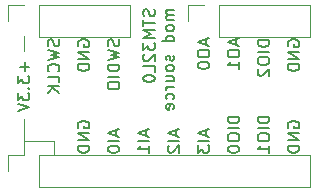
<source format=gbo>
G04 #@! TF.GenerationSoftware,KiCad,Pcbnew,6.0.5+dfsg-1~bpo11+1*
G04 #@! TF.CreationDate,2022-12-25T14:08:46+00:00*
G04 #@! TF.ProjectId,stm32l0_mod_source,73746d33-326c-4305-9f6d-6f645f736f75,0.1*
G04 #@! TF.SameCoordinates,Original*
G04 #@! TF.FileFunction,Legend,Bot*
G04 #@! TF.FilePolarity,Positive*
%FSLAX46Y46*%
G04 Gerber Fmt 4.6, Leading zero omitted, Abs format (unit mm)*
G04 Created by KiCad (PCBNEW 6.0.5+dfsg-1~bpo11+1) date 2022-12-25 14:08:46*
%MOMM*%
%LPD*%
G01*
G04 APERTURE LIST*
%ADD10C,0.120000*%
%ADD11C,0.150000*%
%ADD12R,1.700000X1.700000*%
%ADD13O,1.700000X1.700000*%
G04 APERTURE END LIST*
D10*
X134620000Y-104140000D02*
X134620000Y-105206800D01*
X134620000Y-102235000D02*
X134620000Y-104140000D01*
X134620000Y-104140000D02*
X137160000Y-104140000D01*
X134620000Y-96520000D02*
X134620000Y-95250000D01*
X137160000Y-105206800D02*
X137160000Y-104140000D01*
D11*
X147486666Y-103217261D02*
X147486666Y-103693452D01*
X147772380Y-103122023D02*
X146772380Y-103455357D01*
X147772380Y-103788690D01*
X147772380Y-104122023D02*
X146772380Y-104122023D01*
X146867619Y-104550595D02*
X146820000Y-104598214D01*
X146772380Y-104693452D01*
X146772380Y-104931547D01*
X146820000Y-105026785D01*
X146867619Y-105074404D01*
X146962857Y-105122023D01*
X147058095Y-105122023D01*
X147200952Y-105074404D01*
X147772380Y-104502976D01*
X147772380Y-105122023D01*
X155392380Y-95585595D02*
X154392380Y-95585595D01*
X154392380Y-95823690D01*
X154440000Y-95966547D01*
X154535238Y-96061785D01*
X154630476Y-96109404D01*
X154820952Y-96157023D01*
X154963809Y-96157023D01*
X155154285Y-96109404D01*
X155249523Y-96061785D01*
X155344761Y-95966547D01*
X155392380Y-95823690D01*
X155392380Y-95585595D01*
X155392380Y-96585595D02*
X154392380Y-96585595D01*
X154392380Y-97252261D02*
X154392380Y-97442738D01*
X154440000Y-97537976D01*
X154535238Y-97633214D01*
X154725714Y-97680833D01*
X155059047Y-97680833D01*
X155249523Y-97633214D01*
X155344761Y-97537976D01*
X155392380Y-97442738D01*
X155392380Y-97252261D01*
X155344761Y-97157023D01*
X155249523Y-97061785D01*
X155059047Y-97014166D01*
X154725714Y-97014166D01*
X154535238Y-97061785D01*
X154440000Y-97157023D01*
X154392380Y-97252261D01*
X154487619Y-98061785D02*
X154440000Y-98109404D01*
X154392380Y-98204642D01*
X154392380Y-98442738D01*
X154440000Y-98537976D01*
X154487619Y-98585595D01*
X154582857Y-98633214D01*
X154678095Y-98633214D01*
X154820952Y-98585595D01*
X155392380Y-98014166D01*
X155392380Y-98633214D01*
X156980000Y-96109404D02*
X156932380Y-96014166D01*
X156932380Y-95871309D01*
X156980000Y-95728452D01*
X157075238Y-95633214D01*
X157170476Y-95585595D01*
X157360952Y-95537976D01*
X157503809Y-95537976D01*
X157694285Y-95585595D01*
X157789523Y-95633214D01*
X157884761Y-95728452D01*
X157932380Y-95871309D01*
X157932380Y-95966547D01*
X157884761Y-96109404D01*
X157837142Y-96157023D01*
X157503809Y-96157023D01*
X157503809Y-95966547D01*
X157932380Y-96585595D02*
X156932380Y-96585595D01*
X157932380Y-97157023D01*
X156932380Y-97157023D01*
X157932380Y-97633214D02*
X156932380Y-97633214D01*
X156932380Y-97871309D01*
X156980000Y-98014166D01*
X157075238Y-98109404D01*
X157170476Y-98157023D01*
X157360952Y-98204642D01*
X157503809Y-98204642D01*
X157694285Y-98157023D01*
X157789523Y-98109404D01*
X157884761Y-98014166D01*
X157932380Y-97871309D01*
X157932380Y-97633214D01*
X144946666Y-103217261D02*
X144946666Y-103693452D01*
X145232380Y-103122023D02*
X144232380Y-103455357D01*
X145232380Y-103788690D01*
X145232380Y-104122023D02*
X144232380Y-104122023D01*
X145232380Y-105122023D02*
X145232380Y-104550595D01*
X145232380Y-104836309D02*
X144232380Y-104836309D01*
X144375238Y-104741071D01*
X144470476Y-104645833D01*
X144518095Y-104550595D01*
X155392380Y-102074404D02*
X154392380Y-102074404D01*
X154392380Y-102312500D01*
X154440000Y-102455357D01*
X154535238Y-102550595D01*
X154630476Y-102598214D01*
X154820952Y-102645833D01*
X154963809Y-102645833D01*
X155154285Y-102598214D01*
X155249523Y-102550595D01*
X155344761Y-102455357D01*
X155392380Y-102312500D01*
X155392380Y-102074404D01*
X155392380Y-103074404D02*
X154392380Y-103074404D01*
X154392380Y-103741071D02*
X154392380Y-103931547D01*
X154440000Y-104026785D01*
X154535238Y-104122023D01*
X154725714Y-104169642D01*
X155059047Y-104169642D01*
X155249523Y-104122023D01*
X155344761Y-104026785D01*
X155392380Y-103931547D01*
X155392380Y-103741071D01*
X155344761Y-103645833D01*
X155249523Y-103550595D01*
X155059047Y-103502976D01*
X154725714Y-103502976D01*
X154535238Y-103550595D01*
X154440000Y-103645833D01*
X154392380Y-103741071D01*
X155392380Y-105122023D02*
X155392380Y-104550595D01*
X155392380Y-104836309D02*
X154392380Y-104836309D01*
X154535238Y-104741071D01*
X154630476Y-104645833D01*
X154678095Y-104550595D01*
X139200000Y-96109404D02*
X139152380Y-96014166D01*
X139152380Y-95871309D01*
X139200000Y-95728452D01*
X139295238Y-95633214D01*
X139390476Y-95585595D01*
X139580952Y-95537976D01*
X139723809Y-95537976D01*
X139914285Y-95585595D01*
X140009523Y-95633214D01*
X140104761Y-95728452D01*
X140152380Y-95871309D01*
X140152380Y-95966547D01*
X140104761Y-96109404D01*
X140057142Y-96157023D01*
X139723809Y-96157023D01*
X139723809Y-95966547D01*
X140152380Y-96585595D02*
X139152380Y-96585595D01*
X140152380Y-97157023D01*
X139152380Y-97157023D01*
X140152380Y-97633214D02*
X139152380Y-97633214D01*
X139152380Y-97871309D01*
X139200000Y-98014166D01*
X139295238Y-98109404D01*
X139390476Y-98157023D01*
X139580952Y-98204642D01*
X139723809Y-98204642D01*
X139914285Y-98157023D01*
X140009523Y-98109404D01*
X140104761Y-98014166D01*
X140152380Y-97871309D01*
X140152380Y-97633214D01*
X139200000Y-103026785D02*
X139152380Y-102931547D01*
X139152380Y-102788690D01*
X139200000Y-102645833D01*
X139295238Y-102550595D01*
X139390476Y-102502976D01*
X139580952Y-102455357D01*
X139723809Y-102455357D01*
X139914285Y-102502976D01*
X140009523Y-102550595D01*
X140104761Y-102645833D01*
X140152380Y-102788690D01*
X140152380Y-102883928D01*
X140104761Y-103026785D01*
X140057142Y-103074404D01*
X139723809Y-103074404D01*
X139723809Y-102883928D01*
X140152380Y-103502976D02*
X139152380Y-103502976D01*
X140152380Y-104074404D01*
X139152380Y-104074404D01*
X140152380Y-104550595D02*
X139152380Y-104550595D01*
X139152380Y-104788690D01*
X139200000Y-104931547D01*
X139295238Y-105026785D01*
X139390476Y-105074404D01*
X139580952Y-105122023D01*
X139723809Y-105122023D01*
X139914285Y-105074404D01*
X140009523Y-105026785D01*
X140104761Y-104931547D01*
X140152380Y-104788690D01*
X140152380Y-104550595D01*
X145649761Y-92997976D02*
X145697380Y-93140833D01*
X145697380Y-93378928D01*
X145649761Y-93474166D01*
X145602142Y-93521785D01*
X145506904Y-93569404D01*
X145411666Y-93569404D01*
X145316428Y-93521785D01*
X145268809Y-93474166D01*
X145221190Y-93378928D01*
X145173571Y-93188452D01*
X145125952Y-93093214D01*
X145078333Y-93045595D01*
X144983095Y-92997976D01*
X144887857Y-92997976D01*
X144792619Y-93045595D01*
X144745000Y-93093214D01*
X144697380Y-93188452D01*
X144697380Y-93426547D01*
X144745000Y-93569404D01*
X144697380Y-93855119D02*
X144697380Y-94426547D01*
X145697380Y-94140833D02*
X144697380Y-94140833D01*
X145697380Y-94759880D02*
X144697380Y-94759880D01*
X145411666Y-95093214D01*
X144697380Y-95426547D01*
X145697380Y-95426547D01*
X144697380Y-95807500D02*
X144697380Y-96426547D01*
X145078333Y-96093214D01*
X145078333Y-96236071D01*
X145125952Y-96331309D01*
X145173571Y-96378928D01*
X145268809Y-96426547D01*
X145506904Y-96426547D01*
X145602142Y-96378928D01*
X145649761Y-96331309D01*
X145697380Y-96236071D01*
X145697380Y-95950357D01*
X145649761Y-95855119D01*
X145602142Y-95807500D01*
X144792619Y-96807500D02*
X144745000Y-96855119D01*
X144697380Y-96950357D01*
X144697380Y-97188452D01*
X144745000Y-97283690D01*
X144792619Y-97331309D01*
X144887857Y-97378928D01*
X144983095Y-97378928D01*
X145125952Y-97331309D01*
X145697380Y-96759880D01*
X145697380Y-97378928D01*
X145697380Y-98283690D02*
X145697380Y-97807500D01*
X144697380Y-97807500D01*
X144697380Y-98807500D02*
X144697380Y-98902738D01*
X144745000Y-98997976D01*
X144792619Y-99045595D01*
X144887857Y-99093214D01*
X145078333Y-99140833D01*
X145316428Y-99140833D01*
X145506904Y-99093214D01*
X145602142Y-99045595D01*
X145649761Y-98997976D01*
X145697380Y-98902738D01*
X145697380Y-98807500D01*
X145649761Y-98712261D01*
X145602142Y-98664642D01*
X145506904Y-98617023D01*
X145316428Y-98569404D01*
X145078333Y-98569404D01*
X144887857Y-98617023D01*
X144792619Y-98664642D01*
X144745000Y-98712261D01*
X144697380Y-98807500D01*
X147307380Y-93045595D02*
X146640714Y-93045595D01*
X146735952Y-93045595D02*
X146688333Y-93093214D01*
X146640714Y-93188452D01*
X146640714Y-93331309D01*
X146688333Y-93426547D01*
X146783571Y-93474166D01*
X147307380Y-93474166D01*
X146783571Y-93474166D02*
X146688333Y-93521785D01*
X146640714Y-93617023D01*
X146640714Y-93759880D01*
X146688333Y-93855119D01*
X146783571Y-93902738D01*
X147307380Y-93902738D01*
X147307380Y-94521785D02*
X147259761Y-94426547D01*
X147212142Y-94378928D01*
X147116904Y-94331309D01*
X146831190Y-94331309D01*
X146735952Y-94378928D01*
X146688333Y-94426547D01*
X146640714Y-94521785D01*
X146640714Y-94664642D01*
X146688333Y-94759880D01*
X146735952Y-94807500D01*
X146831190Y-94855119D01*
X147116904Y-94855119D01*
X147212142Y-94807500D01*
X147259761Y-94759880D01*
X147307380Y-94664642D01*
X147307380Y-94521785D01*
X147307380Y-95712261D02*
X146307380Y-95712261D01*
X147259761Y-95712261D02*
X147307380Y-95617023D01*
X147307380Y-95426547D01*
X147259761Y-95331309D01*
X147212142Y-95283690D01*
X147116904Y-95236071D01*
X146831190Y-95236071D01*
X146735952Y-95283690D01*
X146688333Y-95331309D01*
X146640714Y-95426547D01*
X146640714Y-95617023D01*
X146688333Y-95712261D01*
X147259761Y-96902738D02*
X147307380Y-96997976D01*
X147307380Y-97188452D01*
X147259761Y-97283690D01*
X147164523Y-97331309D01*
X147116904Y-97331309D01*
X147021666Y-97283690D01*
X146974047Y-97188452D01*
X146974047Y-97045595D01*
X146926428Y-96950357D01*
X146831190Y-96902738D01*
X146783571Y-96902738D01*
X146688333Y-96950357D01*
X146640714Y-97045595D01*
X146640714Y-97188452D01*
X146688333Y-97283690D01*
X147307380Y-97902738D02*
X147259761Y-97807500D01*
X147212142Y-97759880D01*
X147116904Y-97712261D01*
X146831190Y-97712261D01*
X146735952Y-97759880D01*
X146688333Y-97807500D01*
X146640714Y-97902738D01*
X146640714Y-98045595D01*
X146688333Y-98140833D01*
X146735952Y-98188452D01*
X146831190Y-98236071D01*
X147116904Y-98236071D01*
X147212142Y-98188452D01*
X147259761Y-98140833D01*
X147307380Y-98045595D01*
X147307380Y-97902738D01*
X146640714Y-99093214D02*
X147307380Y-99093214D01*
X146640714Y-98664642D02*
X147164523Y-98664642D01*
X147259761Y-98712261D01*
X147307380Y-98807500D01*
X147307380Y-98950357D01*
X147259761Y-99045595D01*
X147212142Y-99093214D01*
X147307380Y-99569404D02*
X146640714Y-99569404D01*
X146831190Y-99569404D02*
X146735952Y-99617023D01*
X146688333Y-99664642D01*
X146640714Y-99759880D01*
X146640714Y-99855119D01*
X147259761Y-100617023D02*
X147307380Y-100521785D01*
X147307380Y-100331309D01*
X147259761Y-100236071D01*
X147212142Y-100188452D01*
X147116904Y-100140833D01*
X146831190Y-100140833D01*
X146735952Y-100188452D01*
X146688333Y-100236071D01*
X146640714Y-100331309D01*
X146640714Y-100521785D01*
X146688333Y-100617023D01*
X147259761Y-101426547D02*
X147307380Y-101331309D01*
X147307380Y-101140833D01*
X147259761Y-101045595D01*
X147164523Y-100997976D01*
X146783571Y-100997976D01*
X146688333Y-101045595D01*
X146640714Y-101140833D01*
X146640714Y-101331309D01*
X146688333Y-101426547D01*
X146783571Y-101474166D01*
X146878809Y-101474166D01*
X146974047Y-100997976D01*
X156980000Y-103026785D02*
X156932380Y-102931547D01*
X156932380Y-102788690D01*
X156980000Y-102645833D01*
X157075238Y-102550595D01*
X157170476Y-102502976D01*
X157360952Y-102455357D01*
X157503809Y-102455357D01*
X157694285Y-102502976D01*
X157789523Y-102550595D01*
X157884761Y-102645833D01*
X157932380Y-102788690D01*
X157932380Y-102883928D01*
X157884761Y-103026785D01*
X157837142Y-103074404D01*
X157503809Y-103074404D01*
X157503809Y-102883928D01*
X157932380Y-103502976D02*
X156932380Y-103502976D01*
X157932380Y-104074404D01*
X156932380Y-104074404D01*
X157932380Y-104550595D02*
X156932380Y-104550595D01*
X156932380Y-104788690D01*
X156980000Y-104931547D01*
X157075238Y-105026785D01*
X157170476Y-105074404D01*
X157360952Y-105122023D01*
X157503809Y-105122023D01*
X157694285Y-105074404D01*
X157789523Y-105026785D01*
X157884761Y-104931547D01*
X157932380Y-104788690D01*
X157932380Y-104550595D01*
X150026666Y-103217261D02*
X150026666Y-103693452D01*
X150312380Y-103122023D02*
X149312380Y-103455357D01*
X150312380Y-103788690D01*
X150312380Y-104122023D02*
X149312380Y-104122023D01*
X149312380Y-104502976D02*
X149312380Y-105122023D01*
X149693333Y-104788690D01*
X149693333Y-104931547D01*
X149740952Y-105026785D01*
X149788571Y-105074404D01*
X149883809Y-105122023D01*
X150121904Y-105122023D01*
X150217142Y-105074404D01*
X150264761Y-105026785D01*
X150312380Y-104931547D01*
X150312380Y-104645833D01*
X150264761Y-104550595D01*
X150217142Y-104502976D01*
X142406666Y-103217261D02*
X142406666Y-103693452D01*
X142692380Y-103122023D02*
X141692380Y-103455357D01*
X142692380Y-103788690D01*
X142692380Y-104122023D02*
X141692380Y-104122023D01*
X141692380Y-104788690D02*
X141692380Y-104883928D01*
X141740000Y-104979166D01*
X141787619Y-105026785D01*
X141882857Y-105074404D01*
X142073333Y-105122023D01*
X142311428Y-105122023D01*
X142501904Y-105074404D01*
X142597142Y-105026785D01*
X142644761Y-104979166D01*
X142692380Y-104883928D01*
X142692380Y-104788690D01*
X142644761Y-104693452D01*
X142597142Y-104645833D01*
X142501904Y-104598214D01*
X142311428Y-104550595D01*
X142073333Y-104550595D01*
X141882857Y-104598214D01*
X141787619Y-104645833D01*
X141740000Y-104693452D01*
X141692380Y-104788690D01*
X142644761Y-95537976D02*
X142692380Y-95680833D01*
X142692380Y-95918928D01*
X142644761Y-96014166D01*
X142597142Y-96061785D01*
X142501904Y-96109404D01*
X142406666Y-96109404D01*
X142311428Y-96061785D01*
X142263809Y-96014166D01*
X142216190Y-95918928D01*
X142168571Y-95728452D01*
X142120952Y-95633214D01*
X142073333Y-95585595D01*
X141978095Y-95537976D01*
X141882857Y-95537976D01*
X141787619Y-95585595D01*
X141740000Y-95633214D01*
X141692380Y-95728452D01*
X141692380Y-95966547D01*
X141740000Y-96109404D01*
X141692380Y-96442738D02*
X142692380Y-96680833D01*
X141978095Y-96871309D01*
X142692380Y-97061785D01*
X141692380Y-97299880D01*
X142692380Y-97680833D02*
X141692380Y-97680833D01*
X141692380Y-97918928D01*
X141740000Y-98061785D01*
X141835238Y-98157023D01*
X141930476Y-98204642D01*
X142120952Y-98252261D01*
X142263809Y-98252261D01*
X142454285Y-98204642D01*
X142549523Y-98157023D01*
X142644761Y-98061785D01*
X142692380Y-97918928D01*
X142692380Y-97680833D01*
X142692380Y-98680833D02*
X141692380Y-98680833D01*
X141692380Y-99347500D02*
X141692380Y-99537976D01*
X141740000Y-99633214D01*
X141835238Y-99728452D01*
X142025714Y-99776071D01*
X142359047Y-99776071D01*
X142549523Y-99728452D01*
X142644761Y-99633214D01*
X142692380Y-99537976D01*
X142692380Y-99347500D01*
X142644761Y-99252261D01*
X142549523Y-99157023D01*
X142359047Y-99109404D01*
X142025714Y-99109404D01*
X141835238Y-99157023D01*
X141740000Y-99252261D01*
X141692380Y-99347500D01*
X134691428Y-97490595D02*
X134691428Y-98252500D01*
X135072380Y-97871547D02*
X134310476Y-97871547D01*
X134072380Y-98633452D02*
X134072380Y-99252500D01*
X134453333Y-98919166D01*
X134453333Y-99062023D01*
X134500952Y-99157261D01*
X134548571Y-99204880D01*
X134643809Y-99252500D01*
X134881904Y-99252500D01*
X134977142Y-99204880D01*
X135024761Y-99157261D01*
X135072380Y-99062023D01*
X135072380Y-98776309D01*
X135024761Y-98681071D01*
X134977142Y-98633452D01*
X134977142Y-99681071D02*
X135024761Y-99728690D01*
X135072380Y-99681071D01*
X135024761Y-99633452D01*
X134977142Y-99681071D01*
X135072380Y-99681071D01*
X134072380Y-100062023D02*
X134072380Y-100681071D01*
X134453333Y-100347738D01*
X134453333Y-100490595D01*
X134500952Y-100585833D01*
X134548571Y-100633452D01*
X134643809Y-100681071D01*
X134881904Y-100681071D01*
X134977142Y-100633452D01*
X135024761Y-100585833D01*
X135072380Y-100490595D01*
X135072380Y-100204880D01*
X135024761Y-100109642D01*
X134977142Y-100062023D01*
X134072380Y-100966785D02*
X135072380Y-101300119D01*
X134072380Y-101633452D01*
X152566666Y-95537976D02*
X152566666Y-96014166D01*
X152852380Y-95442738D02*
X151852380Y-95776071D01*
X152852380Y-96109404D01*
X151852380Y-96633214D02*
X151852380Y-96823690D01*
X151900000Y-96918928D01*
X151995238Y-97014166D01*
X152185714Y-97061785D01*
X152519047Y-97061785D01*
X152709523Y-97014166D01*
X152804761Y-96918928D01*
X152852380Y-96823690D01*
X152852380Y-96633214D01*
X152804761Y-96537976D01*
X152709523Y-96442738D01*
X152519047Y-96395119D01*
X152185714Y-96395119D01*
X151995238Y-96442738D01*
X151900000Y-96537976D01*
X151852380Y-96633214D01*
X152852380Y-98014166D02*
X152852380Y-97442738D01*
X152852380Y-97728452D02*
X151852380Y-97728452D01*
X151995238Y-97633214D01*
X152090476Y-97537976D01*
X152138095Y-97442738D01*
X152852380Y-102074404D02*
X151852380Y-102074404D01*
X151852380Y-102312500D01*
X151900000Y-102455357D01*
X151995238Y-102550595D01*
X152090476Y-102598214D01*
X152280952Y-102645833D01*
X152423809Y-102645833D01*
X152614285Y-102598214D01*
X152709523Y-102550595D01*
X152804761Y-102455357D01*
X152852380Y-102312500D01*
X152852380Y-102074404D01*
X152852380Y-103074404D02*
X151852380Y-103074404D01*
X151852380Y-103741071D02*
X151852380Y-103931547D01*
X151900000Y-104026785D01*
X151995238Y-104122023D01*
X152185714Y-104169642D01*
X152519047Y-104169642D01*
X152709523Y-104122023D01*
X152804761Y-104026785D01*
X152852380Y-103931547D01*
X152852380Y-103741071D01*
X152804761Y-103645833D01*
X152709523Y-103550595D01*
X152519047Y-103502976D01*
X152185714Y-103502976D01*
X151995238Y-103550595D01*
X151900000Y-103645833D01*
X151852380Y-103741071D01*
X151852380Y-104788690D02*
X151852380Y-104883928D01*
X151900000Y-104979166D01*
X151947619Y-105026785D01*
X152042857Y-105074404D01*
X152233333Y-105122023D01*
X152471428Y-105122023D01*
X152661904Y-105074404D01*
X152757142Y-105026785D01*
X152804761Y-104979166D01*
X152852380Y-104883928D01*
X152852380Y-104788690D01*
X152804761Y-104693452D01*
X152757142Y-104645833D01*
X152661904Y-104598214D01*
X152471428Y-104550595D01*
X152233333Y-104550595D01*
X152042857Y-104598214D01*
X151947619Y-104645833D01*
X151900000Y-104693452D01*
X151852380Y-104788690D01*
X150026666Y-95537976D02*
X150026666Y-96014166D01*
X150312380Y-95442738D02*
X149312380Y-95776071D01*
X150312380Y-96109404D01*
X149312380Y-96633214D02*
X149312380Y-96823690D01*
X149360000Y-96918928D01*
X149455238Y-97014166D01*
X149645714Y-97061785D01*
X149979047Y-97061785D01*
X150169523Y-97014166D01*
X150264761Y-96918928D01*
X150312380Y-96823690D01*
X150312380Y-96633214D01*
X150264761Y-96537976D01*
X150169523Y-96442738D01*
X149979047Y-96395119D01*
X149645714Y-96395119D01*
X149455238Y-96442738D01*
X149360000Y-96537976D01*
X149312380Y-96633214D01*
X149312380Y-97680833D02*
X149312380Y-97776071D01*
X149360000Y-97871309D01*
X149407619Y-97918928D01*
X149502857Y-97966547D01*
X149693333Y-98014166D01*
X149931428Y-98014166D01*
X150121904Y-97966547D01*
X150217142Y-97918928D01*
X150264761Y-97871309D01*
X150312380Y-97776071D01*
X150312380Y-97680833D01*
X150264761Y-97585595D01*
X150217142Y-97537976D01*
X150121904Y-97490357D01*
X149931428Y-97442738D01*
X149693333Y-97442738D01*
X149502857Y-97490357D01*
X149407619Y-97537976D01*
X149360000Y-97585595D01*
X149312380Y-97680833D01*
X137564761Y-95537976D02*
X137612380Y-95680833D01*
X137612380Y-95918928D01*
X137564761Y-96014166D01*
X137517142Y-96061785D01*
X137421904Y-96109404D01*
X137326666Y-96109404D01*
X137231428Y-96061785D01*
X137183809Y-96014166D01*
X137136190Y-95918928D01*
X137088571Y-95728452D01*
X137040952Y-95633214D01*
X136993333Y-95585595D01*
X136898095Y-95537976D01*
X136802857Y-95537976D01*
X136707619Y-95585595D01*
X136660000Y-95633214D01*
X136612380Y-95728452D01*
X136612380Y-95966547D01*
X136660000Y-96109404D01*
X136612380Y-96442738D02*
X137612380Y-96680833D01*
X136898095Y-96871309D01*
X137612380Y-97061785D01*
X136612380Y-97299880D01*
X137517142Y-98252261D02*
X137564761Y-98204642D01*
X137612380Y-98061785D01*
X137612380Y-97966547D01*
X137564761Y-97823690D01*
X137469523Y-97728452D01*
X137374285Y-97680833D01*
X137183809Y-97633214D01*
X137040952Y-97633214D01*
X136850476Y-97680833D01*
X136755238Y-97728452D01*
X136660000Y-97823690D01*
X136612380Y-97966547D01*
X136612380Y-98061785D01*
X136660000Y-98204642D01*
X136707619Y-98252261D01*
X137612380Y-99157023D02*
X137612380Y-98680833D01*
X136612380Y-98680833D01*
X137612380Y-99490357D02*
X136612380Y-99490357D01*
X137612380Y-100061785D02*
X137040952Y-99633214D01*
X136612380Y-100061785D02*
X137183809Y-99490357D01*
D10*
X151130000Y-92650000D02*
X158810000Y-92650000D01*
X151130000Y-95310000D02*
X158810000Y-95310000D01*
X158810000Y-92650000D02*
X158810000Y-95310000D01*
X149860000Y-92650000D02*
X148530000Y-92650000D01*
X151130000Y-92650000D02*
X151130000Y-95310000D01*
X148530000Y-92650000D02*
X148530000Y-93980000D01*
X135890000Y-92650000D02*
X135890000Y-95310000D01*
X135890000Y-92650000D02*
X143570000Y-92650000D01*
X134620000Y-92650000D02*
X133290000Y-92650000D01*
X135890000Y-95310000D02*
X143570000Y-95310000D01*
X133290000Y-92650000D02*
X133290000Y-93980000D01*
X143570000Y-92650000D02*
X143570000Y-95310000D01*
X135890000Y-108010000D02*
X158810000Y-108010000D01*
X134620000Y-105350000D02*
X133290000Y-105350000D01*
X135890000Y-105350000D02*
X158810000Y-105350000D01*
X158810000Y-105350000D02*
X158810000Y-108010000D01*
X133290000Y-105350000D02*
X133290000Y-106680000D01*
X135890000Y-105350000D02*
X135890000Y-108010000D01*
%LPC*%
D12*
X149860000Y-93980000D03*
D13*
X152400000Y-93980000D03*
X154940000Y-93980000D03*
X157480000Y-93980000D03*
D12*
X134620000Y-93980000D03*
D13*
X137160000Y-93980000D03*
X139700000Y-93980000D03*
X142240000Y-93980000D03*
D12*
X134620000Y-106680000D03*
D13*
X137160000Y-106680000D03*
X139700000Y-106680000D03*
X142240000Y-106680000D03*
X144780000Y-106680000D03*
X147320000Y-106680000D03*
X149860000Y-106680000D03*
X152400000Y-106680000D03*
X154940000Y-106680000D03*
X157480000Y-106680000D03*
M02*

</source>
